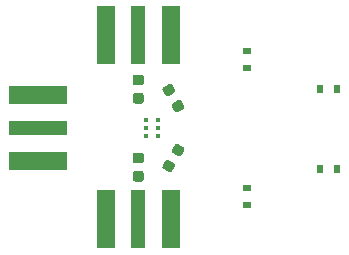
<source format=gtp>
G04 #@! TF.GenerationSoftware,KiCad,Pcbnew,5.1.10-88a1d61d58~88~ubuntu18.04.1*
G04 #@! TF.CreationDate,2021-11-13T13:00:57+01:00*
G04 #@! TF.ProjectId,rf_phase_shifter_5_8GHz,72665f70-6861-4736-955f-736869667465,1.0.0*
G04 #@! TF.SameCoordinates,Original*
G04 #@! TF.FileFunction,Paste,Top*
G04 #@! TF.FilePolarity,Positive*
%FSLAX46Y46*%
G04 Gerber Fmt 4.6, Leading zero omitted, Abs format (unit mm)*
G04 Created by KiCad (PCBNEW 5.1.10-88a1d61d58~88~ubuntu18.04.1) date 2021-11-13 13:00:57*
%MOMM*%
%LPD*%
G01*
G04 APERTURE LIST*
%ADD10R,5.000000X1.200000*%
%ADD11R,5.000000X1.600000*%
%ADD12R,1.200000X5.000000*%
%ADD13R,1.600000X5.000000*%
%ADD14R,0.330000X0.350000*%
%ADD15R,0.600000X0.700000*%
%ADD16R,0.700000X0.600000*%
G04 APERTURE END LIST*
D10*
X75946000Y-58928000D03*
D11*
X75946000Y-61698000D03*
X75946000Y-56158000D03*
D12*
X84455000Y-66654000D03*
D13*
X87225000Y-66654000D03*
X81685000Y-66654000D03*
D12*
X84455000Y-51054000D03*
D13*
X81685000Y-51054000D03*
X87225000Y-51054000D03*
D14*
X85103000Y-58278000D03*
X85103000Y-58928000D03*
X85103000Y-59578000D03*
X86093000Y-59578000D03*
X86093000Y-58928000D03*
X86093000Y-58278000D03*
D15*
X99866220Y-62357000D03*
X101266220Y-62357000D03*
G36*
G01*
X87823719Y-61293016D02*
X87379881Y-61036766D01*
G75*
G02*
X87299813Y-60737948I109375J189443D01*
G01*
X87518563Y-60359062D01*
G75*
G02*
X87817381Y-60278994I189443J-109375D01*
G01*
X88261219Y-60535244D01*
G75*
G02*
X88341287Y-60834062I-109375J-189443D01*
G01*
X88122537Y-61212948D01*
G75*
G02*
X87823719Y-61293016I-189443J109375D01*
G01*
G37*
G36*
G01*
X87036219Y-62657006D02*
X86592381Y-62400756D01*
G75*
G02*
X86512313Y-62101938I109375J189443D01*
G01*
X86731063Y-61723052D01*
G75*
G02*
X87029881Y-61642984I189443J-109375D01*
G01*
X87473719Y-61899234D01*
G75*
G02*
X87553787Y-62198052I-109375J-189443D01*
G01*
X87335037Y-62576938D01*
G75*
G02*
X87036219Y-62657006I-189443J109375D01*
G01*
G37*
G36*
G01*
X87379881Y-56819234D02*
X87823719Y-56562984D01*
G75*
G02*
X88122537Y-56643052I109375J-189443D01*
G01*
X88341287Y-57021938D01*
G75*
G02*
X88261219Y-57320756I-189443J-109375D01*
G01*
X87817381Y-57577006D01*
G75*
G02*
X87518563Y-57496938I-109375J189443D01*
G01*
X87299813Y-57118052D01*
G75*
G02*
X87379881Y-56819234I189443J109375D01*
G01*
G37*
G36*
G01*
X86592381Y-55455244D02*
X87036219Y-55198994D01*
G75*
G02*
X87335037Y-55279062I109375J-189443D01*
G01*
X87553787Y-55657948D01*
G75*
G02*
X87473719Y-55956766I-189443J-109375D01*
G01*
X87029881Y-56213016D01*
G75*
G02*
X86731063Y-56132948I-109375J189443D01*
G01*
X86512313Y-55754062D01*
G75*
G02*
X86592381Y-55455244I189443J109375D01*
G01*
G37*
X99853520Y-55626000D03*
X101253520Y-55626000D03*
D16*
X93675200Y-64031900D03*
X93675200Y-65431900D03*
X93675200Y-52424100D03*
X93675200Y-53824100D03*
G36*
G01*
X84705000Y-61905000D02*
X84205000Y-61905000D01*
G75*
G02*
X83980000Y-61680000I0J225000D01*
G01*
X83980000Y-61230000D01*
G75*
G02*
X84205000Y-61005000I225000J0D01*
G01*
X84705000Y-61005000D01*
G75*
G02*
X84930000Y-61230000I0J-225000D01*
G01*
X84930000Y-61680000D01*
G75*
G02*
X84705000Y-61905000I-225000J0D01*
G01*
G37*
G36*
G01*
X84705000Y-63455000D02*
X84205000Y-63455000D01*
G75*
G02*
X83980000Y-63230000I0J225000D01*
G01*
X83980000Y-62780000D01*
G75*
G02*
X84205000Y-62555000I225000J0D01*
G01*
X84705000Y-62555000D01*
G75*
G02*
X84930000Y-62780000I0J-225000D01*
G01*
X84930000Y-63230000D01*
G75*
G02*
X84705000Y-63455000I-225000J0D01*
G01*
G37*
G36*
G01*
X84705000Y-55301000D02*
X84205000Y-55301000D01*
G75*
G02*
X83980000Y-55076000I0J225000D01*
G01*
X83980000Y-54626000D01*
G75*
G02*
X84205000Y-54401000I225000J0D01*
G01*
X84705000Y-54401000D01*
G75*
G02*
X84930000Y-54626000I0J-225000D01*
G01*
X84930000Y-55076000D01*
G75*
G02*
X84705000Y-55301000I-225000J0D01*
G01*
G37*
G36*
G01*
X84705000Y-56851000D02*
X84205000Y-56851000D01*
G75*
G02*
X83980000Y-56626000I0J225000D01*
G01*
X83980000Y-56176000D01*
G75*
G02*
X84205000Y-55951000I225000J0D01*
G01*
X84705000Y-55951000D01*
G75*
G02*
X84930000Y-56176000I0J-225000D01*
G01*
X84930000Y-56626000D01*
G75*
G02*
X84705000Y-56851000I-225000J0D01*
G01*
G37*
M02*

</source>
